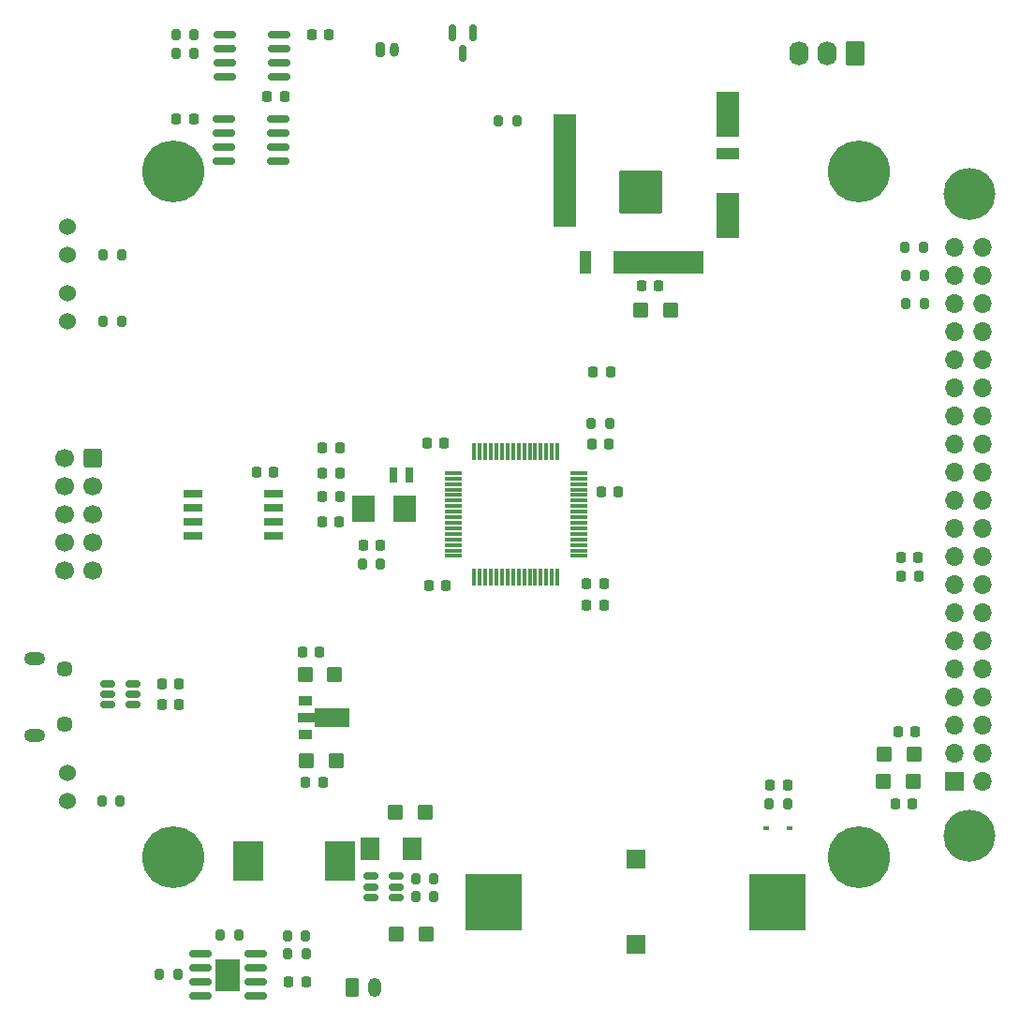
<source format=gbr>
%TF.GenerationSoftware,KiCad,Pcbnew,7.0.9-7.0.9~ubuntu22.04.1*%
%TF.CreationDate,2023-12-31T10:10:50+00:00*%
%TF.ProjectId,stm32_sbc_wifi,73746d33-325f-4736-9263-5f776966692e,A*%
%TF.SameCoordinates,Original*%
%TF.FileFunction,Soldermask,Top*%
%TF.FilePolarity,Negative*%
%FSLAX46Y46*%
G04 Gerber Fmt 4.6, Leading zero omitted, Abs format (unit mm)*
G04 Created by KiCad (PCBNEW 7.0.9-7.0.9~ubuntu22.04.1) date 2023-12-31 10:10:50*
%MOMM*%
%LPD*%
G01*
G04 APERTURE LIST*
G04 Aperture macros list*
%AMRoundRect*
0 Rectangle with rounded corners*
0 $1 Rounding radius*
0 $2 $3 $4 $5 $6 $7 $8 $9 X,Y pos of 4 corners*
0 Add a 4 corners polygon primitive as box body*
4,1,4,$2,$3,$4,$5,$6,$7,$8,$9,$2,$3,0*
0 Add four circle primitives for the rounded corners*
1,1,$1+$1,$2,$3*
1,1,$1+$1,$4,$5*
1,1,$1+$1,$6,$7*
1,1,$1+$1,$8,$9*
0 Add four rect primitives between the rounded corners*
20,1,$1+$1,$2,$3,$4,$5,0*
20,1,$1+$1,$4,$5,$6,$7,0*
20,1,$1+$1,$6,$7,$8,$9,0*
20,1,$1+$1,$8,$9,$2,$3,0*%
%AMFreePoly0*
4,1,9,3.862500,-0.866500,0.737500,-0.866500,0.737500,-0.450000,-0.737500,-0.450000,-0.737500,0.450000,0.737500,0.450000,0.737500,0.866500,3.862500,0.866500,3.862500,-0.866500,3.862500,-0.866500,$1*%
G04 Aperture macros list end*
%ADD10C,3.600000*%
%ADD11C,5.600000*%
%ADD12RoundRect,0.218750X-0.218750X-0.256250X0.218750X-0.256250X0.218750X0.256250X-0.218750X0.256250X0*%
%ADD13RoundRect,0.225000X0.225000X0.250000X-0.225000X0.250000X-0.225000X-0.250000X0.225000X-0.250000X0*%
%ADD14R,1.300000X0.900000*%
%ADD15FreePoly0,0.000000*%
%ADD16R,1.778000X2.032000*%
%ADD17RoundRect,0.250000X-0.450000X-0.425000X0.450000X-0.425000X0.450000X0.425000X-0.450000X0.425000X0*%
%ADD18RoundRect,0.225000X-0.225000X-0.250000X0.225000X-0.250000X0.225000X0.250000X-0.225000X0.250000X0*%
%ADD19R,1.700000X0.650000*%
%ADD20RoundRect,0.150000X-0.825000X-0.150000X0.825000X-0.150000X0.825000X0.150000X-0.825000X0.150000X0*%
%ADD21RoundRect,0.200000X-0.200000X-0.275000X0.200000X-0.275000X0.200000X0.275000X-0.200000X0.275000X0*%
%ADD22C,4.700000*%
%ADD23R,1.651000X1.651000*%
%ADD24RoundRect,0.250000X0.450000X0.425000X-0.450000X0.425000X-0.450000X-0.425000X0.450000X-0.425000X0*%
%ADD25R,2.700000X3.600000*%
%ADD26R,2.290000X3.000000*%
%ADD27RoundRect,0.150000X-0.512500X-0.150000X0.512500X-0.150000X0.512500X0.150000X-0.512500X0.150000X0*%
%ADD28RoundRect,0.150000X-0.150000X0.587500X-0.150000X-0.587500X0.150000X-0.587500X0.150000X0.587500X0*%
%ADD29RoundRect,0.200000X0.200000X0.275000X-0.200000X0.275000X-0.200000X-0.275000X0.200000X-0.275000X0*%
%ADD30R,5.080000X5.080000*%
%ADD31R,0.600000X0.450000*%
%ADD32R,0.700000X1.400000*%
%ADD33RoundRect,0.102000X0.950000X-0.400000X0.950000X0.400000X-0.950000X0.400000X-0.950000X-0.400000X0*%
%ADD34RoundRect,0.102000X0.400000X0.950000X-0.400000X0.950000X-0.400000X-0.950000X0.400000X-0.950000X0*%
%ADD35C,0.704000*%
%ADD36RoundRect,0.102000X-1.850000X-1.850000X1.850000X-1.850000X1.850000X1.850000X-1.850000X1.850000X0*%
%ADD37R,2.000000X2.400000*%
%ADD38RoundRect,0.075000X-0.700000X-0.075000X0.700000X-0.075000X0.700000X0.075000X-0.700000X0.075000X0*%
%ADD39RoundRect,0.075000X-0.075000X-0.700000X0.075000X-0.700000X0.075000X0.700000X-0.075000X0.700000X0*%
%ADD40R,1.700000X1.700000*%
%ADD41O,1.700000X1.700000*%
%ADD42C,1.524000*%
%ADD43RoundRect,0.250000X0.620000X0.845000X-0.620000X0.845000X-0.620000X-0.845000X0.620000X-0.845000X0*%
%ADD44O,1.740000X2.190000*%
%ADD45O,1.900000X1.200000*%
%ADD46C,1.450000*%
%ADD47RoundRect,0.200000X-0.200000X-0.450000X0.200000X-0.450000X0.200000X0.450000X-0.200000X0.450000X0*%
%ADD48O,0.800000X1.300000*%
%ADD49RoundRect,0.250000X-0.350000X-0.625000X0.350000X-0.625000X0.350000X0.625000X-0.350000X0.625000X0*%
%ADD50O,1.200000X1.750000*%
%ADD51RoundRect,0.250000X0.600000X0.600000X-0.600000X0.600000X-0.600000X-0.600000X0.600000X-0.600000X0*%
%ADD52C,1.700000*%
G04 APERTURE END LIST*
D10*
%TO.C,REF\u002A\u002A*%
X94000000Y-54000000D03*
D11*
X94000000Y-54000000D03*
%TD*%
D10*
%TO.C,REF\u002A\u002A*%
X156000000Y-54000000D03*
D11*
X156000000Y-54000000D03*
%TD*%
D10*
%TO.C,REF\u002A\u002A*%
X94000000Y-116000000D03*
D11*
X94000000Y-116000000D03*
%TD*%
D10*
%TO.C,REF\u002A\u002A*%
X156000000Y-116000000D03*
D11*
X156000000Y-116000000D03*
%TD*%
D12*
%TO.C,L1*%
X92992500Y-100320000D03*
X94567500Y-100320000D03*
%TD*%
D13*
%TO.C,C4*%
X104075000Y-47270000D03*
X102525000Y-47270000D03*
%TD*%
D14*
%TO.C,U6*%
X105985000Y-101880000D03*
D15*
X106072500Y-103380000D03*
D14*
X105985000Y-104880000D03*
%TD*%
D16*
%TO.C,D2*%
X115605000Y-115187500D03*
X111795000Y-115187500D03*
%TD*%
D17*
%TO.C,C6*%
X106085000Y-107260000D03*
X108785000Y-107260000D03*
%TD*%
D18*
%TO.C,C10*%
X105710000Y-97400000D03*
X107260000Y-97400000D03*
%TD*%
D13*
%TO.C,C14*%
X109065000Y-81260000D03*
X107515000Y-81260000D03*
%TD*%
D19*
%TO.C,U1*%
X95770000Y-83145000D03*
X95770000Y-84415000D03*
X95770000Y-85685000D03*
X95770000Y-86955000D03*
X103070000Y-86955000D03*
X103070000Y-85685000D03*
X103070000Y-84415000D03*
X103070000Y-83145000D03*
%TD*%
D18*
%TO.C,C26*%
X159315000Y-111115000D03*
X160865000Y-111115000D03*
%TD*%
D17*
%TO.C,C8*%
X105935000Y-99440000D03*
X108635000Y-99440000D03*
%TD*%
D20*
%TO.C,U2*%
X98605000Y-49225000D03*
X98605000Y-50495000D03*
X98605000Y-51765000D03*
X98605000Y-53035000D03*
X103555000Y-53035000D03*
X103555000Y-51765000D03*
X103555000Y-50495000D03*
X103555000Y-49225000D03*
%TD*%
D21*
%TO.C,R14*%
X94285000Y-41640000D03*
X95935000Y-41640000D03*
%TD*%
D20*
%TO.C,U9*%
X98675000Y-41625000D03*
X98675000Y-42895000D03*
X98675000Y-44165000D03*
X98675000Y-45435000D03*
X103625000Y-45435000D03*
X103625000Y-44165000D03*
X103625000Y-42895000D03*
X103625000Y-41625000D03*
%TD*%
D22*
%TO.C,REF\u002A\u002A*%
X166000000Y-114000000D03*
%TD*%
D13*
%TO.C,C11*%
X109065000Y-83350000D03*
X107515000Y-83350000D03*
%TD*%
D23*
%TO.C,J5*%
X135827000Y-116113800D03*
X135827000Y-123886200D03*
%TD*%
D24*
%TO.C,C25*%
X160930000Y-109115000D03*
X158230000Y-109115000D03*
%TD*%
D13*
%TO.C,C27*%
X133545000Y-72160000D03*
X131995000Y-72160000D03*
%TD*%
D21*
%TO.C,R17*%
X160180000Y-60870000D03*
X161830000Y-60870000D03*
%TD*%
D13*
%TO.C,C13*%
X109065000Y-79020000D03*
X107515000Y-79020000D03*
%TD*%
D25*
%TO.C,L3*%
X100820000Y-116330000D03*
X109120000Y-116330000D03*
%TD*%
D21*
%TO.C,R2*%
X87565000Y-110920000D03*
X89215000Y-110920000D03*
%TD*%
D18*
%TO.C,C23*%
X131885000Y-78650000D03*
X133435000Y-78650000D03*
%TD*%
D13*
%TO.C,C1*%
X106025000Y-127240000D03*
X104475000Y-127240000D03*
%TD*%
%TO.C,C18*%
X108095000Y-41600000D03*
X106545000Y-41600000D03*
%TD*%
D21*
%TO.C,R15*%
X160243000Y-63410000D03*
X161893000Y-63410000D03*
%TD*%
D18*
%TO.C,C21*%
X159855000Y-90555000D03*
X161405000Y-90555000D03*
%TD*%
D20*
%TO.C,U3*%
X96505000Y-124735000D03*
X96505000Y-126005000D03*
X96505000Y-127275000D03*
X96505000Y-128545000D03*
X101455000Y-128545000D03*
X101455000Y-127275000D03*
X101455000Y-126005000D03*
X101455000Y-124735000D03*
D26*
X98980000Y-126640000D03*
%TD*%
D24*
%TO.C,C32*%
X116830000Y-111950000D03*
X114130000Y-111950000D03*
%TD*%
D21*
%TO.C,R8*%
X111125000Y-89450000D03*
X112775000Y-89450000D03*
%TD*%
D18*
%TO.C,C29*%
X136362500Y-64310000D03*
X137912500Y-64310000D03*
%TD*%
D27*
%TO.C,U4*%
X88102500Y-100300000D03*
X88102500Y-101250000D03*
X88102500Y-102200000D03*
X90377500Y-102200000D03*
X90377500Y-101250000D03*
X90377500Y-100300000D03*
%TD*%
D28*
%TO.C,U7*%
X121160000Y-41460000D03*
X119260000Y-41460000D03*
X120210000Y-43335000D03*
%TD*%
D21*
%TO.C,R11*%
X131825000Y-76800000D03*
X133475000Y-76800000D03*
%TD*%
D12*
%TO.C,L2*%
X92972500Y-102190000D03*
X94547500Y-102190000D03*
%TD*%
D18*
%TO.C,C2*%
X94325000Y-49240000D03*
X95875000Y-49240000D03*
%TD*%
D24*
%TO.C,C28*%
X160960000Y-106675000D03*
X158260000Y-106675000D03*
%TD*%
D29*
%TO.C,R12*%
X149555000Y-111130000D03*
X147905000Y-111130000D03*
%TD*%
D13*
%TO.C,C24*%
X132945000Y-91270000D03*
X131395000Y-91270000D03*
%TD*%
D18*
%TO.C,C17*%
X147985000Y-109420000D03*
X149535000Y-109420000D03*
%TD*%
D21*
%TO.C,R5*%
X104365000Y-124700000D03*
X106015000Y-124700000D03*
%TD*%
%TO.C,R10*%
X115925000Y-119570000D03*
X117575000Y-119570000D03*
%TD*%
D18*
%TO.C,C7*%
X105990000Y-109220000D03*
X107540000Y-109220000D03*
%TD*%
D29*
%TO.C,R4*%
X105995000Y-123060000D03*
X104345000Y-123060000D03*
%TD*%
D17*
%TO.C,C31*%
X136280000Y-66510000D03*
X138980000Y-66510000D03*
%TD*%
D18*
%TO.C,C9*%
X111225000Y-87820000D03*
X112775000Y-87820000D03*
%TD*%
D21*
%TO.C,R16*%
X160243000Y-65950000D03*
X161893000Y-65950000D03*
%TD*%
D18*
%TO.C,C22*%
X159825000Y-88865000D03*
X161375000Y-88865000D03*
%TD*%
D29*
%TO.C,R9*%
X117575000Y-117950000D03*
X115925000Y-117950000D03*
%TD*%
D27*
%TO.C,U5*%
X111902500Y-117707500D03*
X111902500Y-118657500D03*
X111902500Y-119607500D03*
X114177500Y-119607500D03*
X114177500Y-118657500D03*
X114177500Y-117707500D03*
%TD*%
D18*
%TO.C,C16*%
X132705000Y-82970000D03*
X134255000Y-82970000D03*
%TD*%
D17*
%TO.C,C5*%
X114200000Y-122950000D03*
X116900000Y-122950000D03*
%TD*%
D18*
%TO.C,C3*%
X101545000Y-81180000D03*
X103095000Y-81180000D03*
%TD*%
D29*
%TO.C,R7*%
X89365000Y-61510000D03*
X87715000Y-61510000D03*
%TD*%
D30*
%TO.C,J6*%
X148628600Y-120000000D03*
X123000000Y-120000000D03*
%TD*%
D18*
%TO.C,C20*%
X117135000Y-91450000D03*
X118685000Y-91450000D03*
%TD*%
D31*
%TO.C,D5*%
X149730000Y-113380000D03*
X147630000Y-113380000D03*
%TD*%
D18*
%TO.C,C15*%
X131405000Y-93210000D03*
X132955000Y-93210000D03*
%TD*%
D32*
%TO.C,Y2*%
X115360000Y-81410000D03*
X113960000Y-81410000D03*
%TD*%
D22*
%TO.C,REF\u002A\u002A*%
X166000000Y-56000000D03*
%TD*%
D33*
%TO.C,U10*%
X144136550Y-59505000D03*
X144136550Y-58489000D03*
X144136550Y-57473000D03*
X144136550Y-56457000D03*
X144136550Y-52393000D03*
X144136550Y-50361000D03*
X144136550Y-49345000D03*
X144136550Y-48329000D03*
X144136550Y-47313000D03*
X129406550Y-49351000D03*
X129406550Y-50367000D03*
X129406550Y-51383000D03*
X129406550Y-52399000D03*
X129406550Y-53415000D03*
X129406550Y-54431000D03*
X129406550Y-55447000D03*
X129406550Y-56463000D03*
X129406550Y-57479000D03*
X129406550Y-58495000D03*
D34*
X131306550Y-62175000D03*
X134354550Y-62175000D03*
X135370550Y-62175000D03*
X136386550Y-62175000D03*
X137402550Y-62175000D03*
X138418550Y-62175000D03*
X139434550Y-62175000D03*
X140450550Y-62175000D03*
X141466550Y-62175000D03*
D35*
X135086550Y-54705000D03*
X135086550Y-55905000D03*
X135086550Y-57105000D03*
X136286550Y-54705000D03*
X136286550Y-55905000D03*
D36*
X136286550Y-55905000D03*
D35*
X136286550Y-57105000D03*
X137486550Y-54705000D03*
X137486550Y-55905000D03*
X137486550Y-57105000D03*
%TD*%
D21*
%TO.C,R1*%
X92775000Y-126530000D03*
X94425000Y-126530000D03*
%TD*%
D29*
%TO.C,R3*%
X99950000Y-123030000D03*
X98300000Y-123030000D03*
%TD*%
D37*
%TO.C,Y1*%
X111210000Y-84480000D03*
X114910000Y-84480000D03*
%TD*%
D18*
%TO.C,C12*%
X107495000Y-85670000D03*
X109045000Y-85670000D03*
%TD*%
%TO.C,C19*%
X116965000Y-78550000D03*
X118515000Y-78550000D03*
%TD*%
D29*
%TO.C,R6*%
X89365000Y-67580000D03*
X87715000Y-67580000D03*
%TD*%
D18*
%TO.C,C30*%
X159525000Y-104665000D03*
X161075000Y-104665000D03*
%TD*%
D38*
%TO.C,U8*%
X119325000Y-81250000D03*
X119325000Y-81750000D03*
X119325000Y-82250000D03*
X119325000Y-82750000D03*
X119325000Y-83250000D03*
X119325000Y-83750000D03*
X119325000Y-84250000D03*
X119325000Y-84750000D03*
X119325000Y-85250000D03*
X119325000Y-85750000D03*
X119325000Y-86250000D03*
X119325000Y-86750000D03*
X119325000Y-87250000D03*
X119325000Y-87750000D03*
X119325000Y-88250000D03*
X119325000Y-88750000D03*
D39*
X121250000Y-90675000D03*
X121750000Y-90675000D03*
X122250000Y-90675000D03*
X122750000Y-90675000D03*
X123250000Y-90675000D03*
X123750000Y-90675000D03*
X124250000Y-90675000D03*
X124750000Y-90675000D03*
X125250000Y-90675000D03*
X125750000Y-90675000D03*
X126250000Y-90675000D03*
X126750000Y-90675000D03*
X127250000Y-90675000D03*
X127750000Y-90675000D03*
X128250000Y-90675000D03*
X128750000Y-90675000D03*
D38*
X130675000Y-88750000D03*
X130675000Y-88250000D03*
X130675000Y-87750000D03*
X130675000Y-87250000D03*
X130675000Y-86750000D03*
X130675000Y-86250000D03*
X130675000Y-85750000D03*
X130675000Y-85250000D03*
X130675000Y-84750000D03*
X130675000Y-84250000D03*
X130675000Y-83750000D03*
X130675000Y-83250000D03*
X130675000Y-82750000D03*
X130675000Y-82250000D03*
X130675000Y-81750000D03*
X130675000Y-81250000D03*
D39*
X128750000Y-79325000D03*
X128250000Y-79325000D03*
X127750000Y-79325000D03*
X127250000Y-79325000D03*
X126750000Y-79325000D03*
X126250000Y-79325000D03*
X125750000Y-79325000D03*
X125250000Y-79325000D03*
X124750000Y-79325000D03*
X124250000Y-79325000D03*
X123750000Y-79325000D03*
X123250000Y-79325000D03*
X122750000Y-79325000D03*
X122250000Y-79325000D03*
X121750000Y-79325000D03*
X121250000Y-79325000D03*
%TD*%
D21*
%TO.C,R13*%
X94265000Y-43370000D03*
X95915000Y-43370000D03*
%TD*%
%TO.C,R18*%
X123415000Y-49400000D03*
X125065000Y-49400000D03*
%TD*%
D40*
%TO.C,J7*%
X164670000Y-109140000D03*
D41*
X167210000Y-109140000D03*
X164670000Y-106600000D03*
X167210000Y-106600000D03*
X164670000Y-104060000D03*
X167210000Y-104060000D03*
X164670000Y-101520000D03*
X167210000Y-101520000D03*
X164670000Y-98980000D03*
X167210000Y-98980000D03*
X164670000Y-96440000D03*
X167210000Y-96440000D03*
X164670000Y-93900000D03*
X167210000Y-93900000D03*
X164670000Y-91360000D03*
X167210000Y-91360000D03*
X164670000Y-88820000D03*
X167210000Y-88820000D03*
X164670000Y-86280000D03*
X167210000Y-86280000D03*
X164670000Y-83740000D03*
X167210000Y-83740000D03*
X164670000Y-81200000D03*
X167210000Y-81200000D03*
X164670000Y-78660000D03*
X167210000Y-78660000D03*
X164670000Y-76120000D03*
X167210000Y-76120000D03*
X164670000Y-73580000D03*
X167210000Y-73580000D03*
X164670000Y-71040000D03*
X167210000Y-71040000D03*
X164670000Y-68500000D03*
X167210000Y-68500000D03*
X164670000Y-65960000D03*
X167210000Y-65960000D03*
X164670000Y-63420000D03*
X167210000Y-63420000D03*
X164670000Y-60880000D03*
X167210000Y-60880000D03*
%TD*%
D42*
%TO.C,D1*%
X84480000Y-108370000D03*
X84480000Y-110910000D03*
%TD*%
D43*
%TO.C,J8*%
X155650000Y-43340000D03*
D44*
X153110000Y-43340000D03*
X150570000Y-43340000D03*
%TD*%
D45*
%TO.C,J3*%
X81512500Y-104990000D03*
D46*
X84212500Y-103990000D03*
X84212500Y-98990000D03*
D45*
X81512500Y-97990000D03*
%TD*%
D42*
%TO.C,D3*%
X84490000Y-65010000D03*
X84490000Y-67550000D03*
%TD*%
%TO.C,D4*%
X84480000Y-59020000D03*
X84480000Y-61560000D03*
%TD*%
D47*
%TO.C,J1*%
X112750000Y-43030000D03*
D48*
X114000000Y-43030000D03*
%TD*%
D49*
%TO.C,J4*%
X110220000Y-127710000D03*
D50*
X112220000Y-127710000D03*
%TD*%
D51*
%TO.C,J2*%
X86780000Y-79920000D03*
D52*
X84240000Y-79920000D03*
X86780000Y-82460000D03*
X84240000Y-82460000D03*
X86780000Y-85000000D03*
X84240000Y-85000000D03*
X86780000Y-87540000D03*
X84240000Y-87540000D03*
X86780000Y-90080000D03*
X84240000Y-90080000D03*
%TD*%
M02*

</source>
